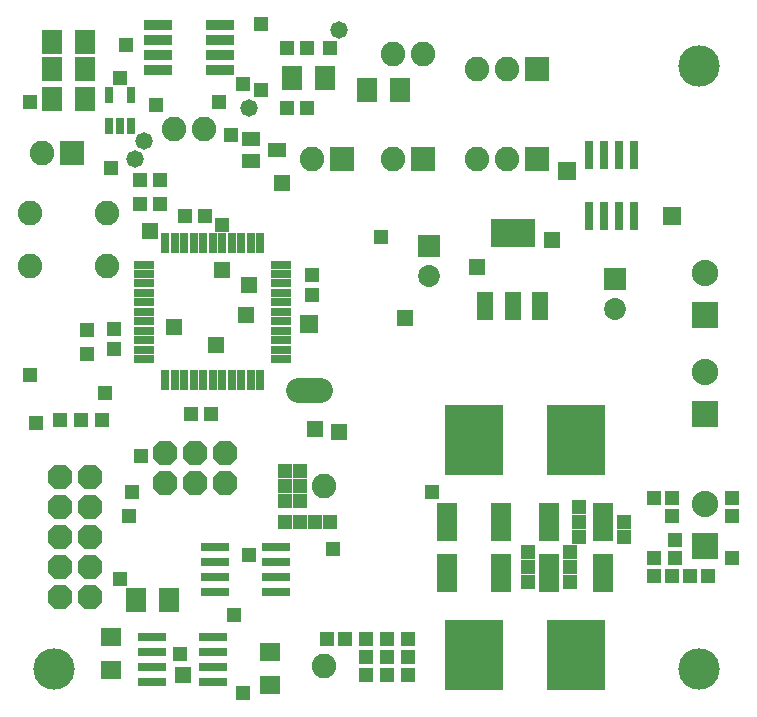
<source format=gts>
G75*
%MOIN*%
%OFA0B0*%
%FSLAX24Y24*%
%IPPOS*%
%LPD*%
%AMOC8*
5,1,8,0,0,1.08239X$1,22.5*
%
%ADD10R,0.0880X0.0880*%
%ADD11C,0.0880*%
%ADD12R,0.0710X0.1261*%
%ADD13R,0.1980X0.2330*%
%ADD14R,0.0946X0.0316*%
%ADD15C,0.1380*%
%ADD16C,0.0820*%
%ADD17OC8,0.0820*%
%ADD18R,0.0710X0.0631*%
%ADD19R,0.0631X0.0474*%
%ADD20R,0.0710X0.0789*%
%ADD21R,0.0820X0.0820*%
%ADD22R,0.0316X0.0946*%
%ADD23C,0.0730*%
%ADD24R,0.0730X0.0730*%
%ADD25R,0.0560X0.0960*%
%ADD26R,0.1497X0.0946*%
%ADD27R,0.0671X0.0277*%
%ADD28R,0.0277X0.0671*%
%ADD29R,0.0474X0.0513*%
%ADD30R,0.0513X0.0474*%
%ADD31R,0.0950X0.0320*%
%ADD32C,0.0580*%
%ADD33R,0.0297X0.0552*%
%ADD34C,0.0820*%
%ADD35R,0.0476X0.0476*%
%ADD36R,0.0611X0.0611*%
%ADD37R,0.0555X0.0555*%
%ADD38R,0.0516X0.0516*%
D10*
X023300Y006100D03*
X023300Y010500D03*
X023300Y013800D03*
D11*
X023300Y015178D03*
X023300Y011878D03*
X023300Y007478D03*
D12*
X019898Y006909D03*
X019898Y005191D03*
X018102Y005191D03*
X016498Y005191D03*
X016498Y006909D03*
X018102Y006909D03*
X014702Y006909D03*
X014702Y005191D03*
D13*
X015600Y002475D03*
X019000Y002475D03*
X019000Y009625D03*
X015600Y009625D03*
D14*
X009024Y006050D03*
X009024Y005550D03*
X009024Y005050D03*
X009024Y004550D03*
X006976Y004550D03*
X006976Y005050D03*
X006976Y005550D03*
X006976Y006050D03*
X006924Y003050D03*
X006924Y002550D03*
X006924Y002050D03*
X006924Y001550D03*
X004876Y001550D03*
X004876Y002050D03*
X004876Y002550D03*
X004876Y003050D03*
D15*
X001600Y002000D03*
X023100Y002000D03*
X023100Y022100D03*
D16*
X016700Y022000D03*
X015700Y022000D03*
X013900Y022500D03*
X012900Y022500D03*
X012900Y019000D03*
X010200Y019000D03*
X006600Y020000D03*
X005600Y020000D03*
X003380Y017190D03*
X003380Y015410D03*
X000820Y015410D03*
X000820Y017190D03*
X001200Y019200D03*
X010600Y008100D03*
X010600Y002100D03*
X015700Y019000D03*
X016700Y019000D03*
D17*
X007300Y009200D03*
X007300Y008200D03*
X006300Y008200D03*
X006300Y009200D03*
X005300Y009200D03*
X005300Y008200D03*
X002800Y008400D03*
X002800Y007400D03*
X002800Y006400D03*
X002800Y005400D03*
X002800Y004400D03*
X001800Y004400D03*
X001800Y005400D03*
X001800Y006400D03*
X001800Y007400D03*
X001800Y008400D03*
D18*
X003500Y003051D03*
X003500Y001949D03*
X008800Y001449D03*
X008800Y002551D03*
D19*
X008167Y018926D03*
X008167Y019674D03*
X009033Y019300D03*
D20*
X009549Y021700D03*
X010651Y021700D03*
X012049Y021300D03*
X013151Y021300D03*
X002651Y021000D03*
X002651Y022000D03*
X002651Y022900D03*
X001549Y022900D03*
X001549Y022000D03*
X001549Y021000D03*
X004349Y004300D03*
X005451Y004300D03*
D21*
X011200Y019000D03*
X013900Y019000D03*
X017700Y019000D03*
X017700Y022000D03*
X002200Y019200D03*
D22*
X019450Y019124D03*
X019950Y019124D03*
X020450Y019124D03*
X020950Y019124D03*
X020950Y017076D03*
X020450Y017076D03*
X019950Y017076D03*
X019450Y017076D03*
D23*
X020300Y014000D03*
X014100Y015100D03*
D24*
X014100Y016100D03*
X020300Y015000D03*
D25*
X017810Y014080D03*
X016900Y014080D03*
X015990Y014080D03*
D26*
X016900Y016520D03*
D27*
X009183Y015475D03*
X009183Y015160D03*
X009183Y014845D03*
X009183Y014530D03*
X009183Y014215D03*
X009183Y013900D03*
X009183Y013585D03*
X009183Y013270D03*
X009183Y012955D03*
X009183Y012640D03*
X009183Y012325D03*
X004617Y012325D03*
X004617Y012640D03*
X004617Y012955D03*
X004617Y013270D03*
X004617Y013585D03*
X004617Y013900D03*
X004617Y014215D03*
X004617Y014530D03*
X004617Y014845D03*
X004617Y015160D03*
X004617Y015475D03*
D28*
X005325Y016183D03*
X005640Y016183D03*
X005955Y016183D03*
X006270Y016183D03*
X006585Y016183D03*
X006900Y016183D03*
X007215Y016183D03*
X007530Y016183D03*
X007845Y016183D03*
X008160Y016183D03*
X008475Y016183D03*
X008475Y011617D03*
X008160Y011617D03*
X007845Y011617D03*
X007530Y011617D03*
X007215Y011617D03*
X006900Y011617D03*
X006585Y011617D03*
X006270Y011617D03*
X005955Y011617D03*
X005640Y011617D03*
X005325Y011617D03*
D29*
X003600Y012665D03*
X003600Y013335D03*
X010200Y014465D03*
X010200Y015135D03*
D30*
X006635Y017100D03*
X005965Y017100D03*
X005135Y017500D03*
X004465Y017500D03*
X004465Y018300D03*
X005135Y018300D03*
X009365Y020700D03*
X010035Y020700D03*
X010035Y022700D03*
X009365Y022700D03*
X006835Y010500D03*
X006165Y010500D03*
D31*
X007130Y021950D03*
X007130Y022450D03*
X007130Y022950D03*
X007130Y023450D03*
X005070Y023450D03*
X005070Y022950D03*
X005070Y022450D03*
X005070Y021950D03*
D32*
X004600Y019600D03*
X004300Y019000D03*
X008100Y020700D03*
X011100Y023300D03*
D33*
X004174Y021112D03*
X003426Y021112D03*
X003426Y020088D03*
X003800Y020088D03*
X004174Y020088D03*
D34*
X009730Y011300D02*
X010470Y011300D01*
D35*
X009800Y008600D03*
X009800Y008100D03*
X009800Y007600D03*
X009300Y007600D03*
X009300Y008100D03*
X009300Y008600D03*
X009300Y006900D03*
X009800Y006900D03*
X010300Y006900D03*
X010800Y006900D03*
X010900Y006000D03*
X008100Y005800D03*
X007600Y003800D03*
X005800Y002500D03*
X007900Y001200D03*
X010700Y003000D03*
X011300Y003000D03*
X012000Y003000D03*
X012000Y002400D03*
X012000Y001800D03*
X012700Y001800D03*
X012700Y002400D03*
X012700Y003000D03*
X013400Y003000D03*
X013400Y002400D03*
X013400Y001800D03*
X017400Y004900D03*
X017400Y005400D03*
X017400Y005900D03*
X018800Y005900D03*
X018800Y005400D03*
X018800Y004900D03*
X019100Y006400D03*
X019100Y006900D03*
X019100Y007400D03*
X020600Y006900D03*
X020600Y006400D03*
X021600Y005700D03*
X022300Y005700D03*
X022300Y006300D03*
X022200Y007100D03*
X022200Y007700D03*
X021600Y007700D03*
X024200Y007700D03*
X024200Y007100D03*
X024200Y005700D03*
X023400Y005100D03*
X022800Y005100D03*
X022200Y005100D03*
X021600Y005100D03*
X014200Y007900D03*
X003800Y005000D03*
X003500Y018700D03*
X005000Y020800D03*
X003800Y021700D03*
X004000Y022800D03*
X000800Y020900D03*
X007100Y020900D03*
X007900Y021500D03*
X008500Y021300D03*
X007500Y019800D03*
X010800Y022700D03*
X008500Y023500D03*
D36*
X010100Y013500D03*
X018700Y018600D03*
X022200Y017100D03*
D37*
X018200Y016300D03*
X015700Y015400D03*
X013300Y013700D03*
X010300Y010000D03*
X011100Y009900D03*
X008000Y013800D03*
X008100Y014800D03*
X007200Y015300D03*
X005600Y013400D03*
X007000Y012800D03*
X004800Y016600D03*
X009200Y018200D03*
X005900Y001800D03*
D38*
X004100Y007100D03*
X004200Y007900D03*
X004500Y009100D03*
X003200Y010300D03*
X002500Y010300D03*
X001800Y010300D03*
X001000Y010200D03*
X000800Y011800D03*
X002700Y012500D03*
X002700Y013300D03*
X003300Y011200D03*
X007200Y016800D03*
X012500Y016400D03*
M02*

</source>
